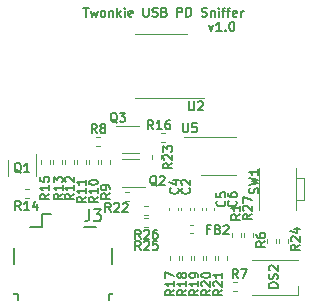
<source format=gto>
%TF.GenerationSoftware,KiCad,Pcbnew,(5.1.7)-1*%
%TF.CreationDate,2021-02-13T17:52:44+01:00*%
%TF.ProjectId,twonkie,74776f6e-6b69-4652-9e6b-696361645f70,rev?*%
%TF.SameCoordinates,PX448d510PY20b3950*%
%TF.FileFunction,Legend,Top*%
%TF.FilePolarity,Positive*%
%FSLAX46Y46*%
G04 Gerber Fmt 4.6, Leading zero omitted, Abs format (unit mm)*
G04 Created by KiCad (PCBNEW (5.1.7)-1) date 2021-02-13 17:52:44*
%MOMM*%
%LPD*%
G01*
G04 APERTURE LIST*
%ADD10C,0.127000*%
%ADD11C,0.120000*%
%ADD12C,0.150000*%
G04 APERTURE END LIST*
D10*
X17379950Y-2122714D02*
X17561378Y-2630714D01*
X17742807Y-2122714D01*
X18432235Y-2630714D02*
X17996807Y-2630714D01*
X18214521Y-2630714D02*
X18214521Y-1868714D01*
X18141950Y-1977571D01*
X18069378Y-2050142D01*
X17996807Y-2086428D01*
X18758807Y-2558142D02*
X18795092Y-2594428D01*
X18758807Y-2630714D01*
X18722521Y-2594428D01*
X18758807Y-2558142D01*
X18758807Y-2630714D01*
X19266807Y-1868714D02*
X19339378Y-1868714D01*
X19411950Y-1905000D01*
X19448235Y-1941285D01*
X19484521Y-2013857D01*
X19520807Y-2159000D01*
X19520807Y-2340428D01*
X19484521Y-2485571D01*
X19448235Y-2558142D01*
X19411950Y-2594428D01*
X19339378Y-2630714D01*
X19266807Y-2630714D01*
X19194235Y-2594428D01*
X19157950Y-2558142D01*
X19121664Y-2485571D01*
X19085378Y-2340428D01*
X19085378Y-2159000D01*
X19121664Y-2013857D01*
X19157950Y-1941285D01*
X19194235Y-1905000D01*
X19266807Y-1868714D01*
X6740071Y-662214D02*
X7175500Y-662214D01*
X6957785Y-1424214D02*
X6957785Y-662214D01*
X7356928Y-916214D02*
X7502071Y-1424214D01*
X7647214Y-1061357D01*
X7792357Y-1424214D01*
X7937500Y-916214D01*
X8336642Y-1424214D02*
X8264071Y-1387928D01*
X8227785Y-1351642D01*
X8191500Y-1279071D01*
X8191500Y-1061357D01*
X8227785Y-988785D01*
X8264071Y-952500D01*
X8336642Y-916214D01*
X8445500Y-916214D01*
X8518071Y-952500D01*
X8554357Y-988785D01*
X8590642Y-1061357D01*
X8590642Y-1279071D01*
X8554357Y-1351642D01*
X8518071Y-1387928D01*
X8445500Y-1424214D01*
X8336642Y-1424214D01*
X8917214Y-916214D02*
X8917214Y-1424214D01*
X8917214Y-988785D02*
X8953500Y-952500D01*
X9026071Y-916214D01*
X9134928Y-916214D01*
X9207500Y-952500D01*
X9243785Y-1025071D01*
X9243785Y-1424214D01*
X9606642Y-1424214D02*
X9606642Y-662214D01*
X9679214Y-1133928D02*
X9896928Y-1424214D01*
X9896928Y-916214D02*
X9606642Y-1206500D01*
X10223500Y-1424214D02*
X10223500Y-916214D01*
X10223500Y-662214D02*
X10187214Y-698500D01*
X10223500Y-734785D01*
X10259785Y-698500D01*
X10223500Y-662214D01*
X10223500Y-734785D01*
X10876642Y-1387928D02*
X10804071Y-1424214D01*
X10658928Y-1424214D01*
X10586357Y-1387928D01*
X10550071Y-1315357D01*
X10550071Y-1025071D01*
X10586357Y-952500D01*
X10658928Y-916214D01*
X10804071Y-916214D01*
X10876642Y-952500D01*
X10912928Y-1025071D01*
X10912928Y-1097642D01*
X10550071Y-1170214D01*
X11820071Y-662214D02*
X11820071Y-1279071D01*
X11856357Y-1351642D01*
X11892642Y-1387928D01*
X11965214Y-1424214D01*
X12110357Y-1424214D01*
X12182928Y-1387928D01*
X12219214Y-1351642D01*
X12255500Y-1279071D01*
X12255500Y-662214D01*
X12582071Y-1387928D02*
X12690928Y-1424214D01*
X12872357Y-1424214D01*
X12944928Y-1387928D01*
X12981214Y-1351642D01*
X13017500Y-1279071D01*
X13017500Y-1206500D01*
X12981214Y-1133928D01*
X12944928Y-1097642D01*
X12872357Y-1061357D01*
X12727214Y-1025071D01*
X12654642Y-988785D01*
X12618357Y-952500D01*
X12582071Y-879928D01*
X12582071Y-807357D01*
X12618357Y-734785D01*
X12654642Y-698500D01*
X12727214Y-662214D01*
X12908642Y-662214D01*
X13017500Y-698500D01*
X13598071Y-1025071D02*
X13706928Y-1061357D01*
X13743214Y-1097642D01*
X13779500Y-1170214D01*
X13779500Y-1279071D01*
X13743214Y-1351642D01*
X13706928Y-1387928D01*
X13634357Y-1424214D01*
X13344071Y-1424214D01*
X13344071Y-662214D01*
X13598071Y-662214D01*
X13670642Y-698500D01*
X13706928Y-734785D01*
X13743214Y-807357D01*
X13743214Y-879928D01*
X13706928Y-952500D01*
X13670642Y-988785D01*
X13598071Y-1025071D01*
X13344071Y-1025071D01*
X14686642Y-1424214D02*
X14686642Y-662214D01*
X14976928Y-662214D01*
X15049500Y-698500D01*
X15085785Y-734785D01*
X15122071Y-807357D01*
X15122071Y-916214D01*
X15085785Y-988785D01*
X15049500Y-1025071D01*
X14976928Y-1061357D01*
X14686642Y-1061357D01*
X15448642Y-1424214D02*
X15448642Y-662214D01*
X15630071Y-662214D01*
X15738928Y-698500D01*
X15811500Y-771071D01*
X15847785Y-843642D01*
X15884071Y-988785D01*
X15884071Y-1097642D01*
X15847785Y-1242785D01*
X15811500Y-1315357D01*
X15738928Y-1387928D01*
X15630071Y-1424214D01*
X15448642Y-1424214D01*
X16754928Y-1387928D02*
X16863785Y-1424214D01*
X17045214Y-1424214D01*
X17117785Y-1387928D01*
X17154071Y-1351642D01*
X17190357Y-1279071D01*
X17190357Y-1206500D01*
X17154071Y-1133928D01*
X17117785Y-1097642D01*
X17045214Y-1061357D01*
X16900071Y-1025071D01*
X16827500Y-988785D01*
X16791214Y-952500D01*
X16754928Y-879928D01*
X16754928Y-807357D01*
X16791214Y-734785D01*
X16827500Y-698500D01*
X16900071Y-662214D01*
X17081500Y-662214D01*
X17190357Y-698500D01*
X17516928Y-916214D02*
X17516928Y-1424214D01*
X17516928Y-988785D02*
X17553214Y-952500D01*
X17625785Y-916214D01*
X17734642Y-916214D01*
X17807214Y-952500D01*
X17843500Y-1025071D01*
X17843500Y-1424214D01*
X18206357Y-1424214D02*
X18206357Y-916214D01*
X18206357Y-662214D02*
X18170071Y-698500D01*
X18206357Y-734785D01*
X18242642Y-698500D01*
X18206357Y-662214D01*
X18206357Y-734785D01*
X18460357Y-916214D02*
X18750642Y-916214D01*
X18569214Y-1424214D02*
X18569214Y-771071D01*
X18605500Y-698500D01*
X18678071Y-662214D01*
X18750642Y-662214D01*
X18895785Y-916214D02*
X19186071Y-916214D01*
X19004642Y-1424214D02*
X19004642Y-771071D01*
X19040928Y-698500D01*
X19113500Y-662214D01*
X19186071Y-662214D01*
X19730357Y-1387928D02*
X19657785Y-1424214D01*
X19512642Y-1424214D01*
X19440071Y-1387928D01*
X19403785Y-1315357D01*
X19403785Y-1025071D01*
X19440071Y-952500D01*
X19512642Y-916214D01*
X19657785Y-916214D01*
X19730357Y-952500D01*
X19766642Y-1025071D01*
X19766642Y-1097642D01*
X19403785Y-1170214D01*
X20093214Y-1424214D02*
X20093214Y-916214D01*
X20093214Y-1061357D02*
X20129500Y-988785D01*
X20165785Y-952500D01*
X20238357Y-916214D01*
X20310928Y-916214D01*
D11*
%TO.C,R27*%
X20321000Y-20043121D02*
X20321000Y-19707879D01*
X21081000Y-20043121D02*
X21081000Y-19707879D01*
D12*
%TO.C,J3*%
X879200Y-20990800D02*
X879200Y-22390800D01*
X879200Y-24790800D02*
X879200Y-24940800D01*
X879200Y-24940800D02*
X1179200Y-24940800D01*
X1179200Y-24940800D02*
X1179200Y-25390800D01*
X8879200Y-25390800D02*
X8879200Y-24940800D01*
X8879200Y-24940800D02*
X9179200Y-24940800D01*
X9179200Y-24940800D02*
X9179200Y-24790800D01*
X9179200Y-22390800D02*
X9179200Y-20990800D01*
X3954200Y-18140800D02*
X3229200Y-18140800D01*
X3229200Y-18140800D02*
X3229200Y-19240800D01*
X3229200Y-19240800D02*
X2229200Y-19240800D01*
X6829200Y-19240800D02*
X7829200Y-19240800D01*
D11*
%TO.C,R26*%
X12232621Y-18223500D02*
X11897379Y-18223500D01*
X12232621Y-17463500D02*
X11897379Y-17463500D01*
%TO.C,R25*%
X11897379Y-18479500D02*
X12232621Y-18479500D01*
X11897379Y-19239500D02*
X12232621Y-19239500D01*
%TO.C,R24*%
X23305500Y-20279379D02*
X23305500Y-20614621D01*
X24065500Y-20279379D02*
X24065500Y-20614621D01*
%TO.C,U2*%
X13335000Y-2853000D02*
X11135000Y-2853000D01*
X13335000Y-2853000D02*
X15535000Y-2853000D01*
X13335000Y-8323000D02*
X11135000Y-8323000D01*
X13335000Y-8323000D02*
X16935000Y-8323000D01*
%TO.C,Q3*%
X10031500Y-12971000D02*
X11431500Y-12971000D01*
X11431500Y-10651000D02*
X9531500Y-10651000D01*
%TO.C,C2*%
X15727000Y-17832335D02*
X15727000Y-17600665D01*
X15007000Y-17832335D02*
X15007000Y-17600665D01*
%TO.C,C4*%
X14711000Y-17832335D02*
X14711000Y-17600665D01*
X13991000Y-17832335D02*
X13991000Y-17600665D01*
%TO.C,R14*%
X1800879Y-16763000D02*
X2136121Y-16763000D01*
X1800879Y-16003000D02*
X2136121Y-16003000D01*
%TO.C,R16*%
X13294379Y-12064000D02*
X13629621Y-12064000D01*
X13294379Y-11304000D02*
X13629621Y-11304000D01*
%TO.C,SW1*%
X24727500Y-15052000D02*
X25377500Y-15052000D01*
X25377500Y-15052000D02*
X25377500Y-16952000D01*
X25377500Y-16952000D02*
X24727500Y-16952000D01*
X21627500Y-17752000D02*
X21627500Y-14252000D01*
X24727500Y-14252000D02*
X24727500Y-17752000D01*
%TO.C,U5*%
X18161000Y-11598000D02*
X15236000Y-11598000D01*
X18161000Y-11598000D02*
X19661000Y-11598000D01*
X18161000Y-14818000D02*
X16661000Y-14818000D01*
X18161000Y-14818000D02*
X19661000Y-14818000D01*
%TO.C,R23*%
X12574000Y-13167379D02*
X12574000Y-13502621D01*
X13334000Y-13167379D02*
X13334000Y-13502621D01*
%TO.C,R22*%
X10581621Y-16257000D02*
X10246379Y-16257000D01*
X10581621Y-17017000D02*
X10246379Y-17017000D01*
%TO.C,R21*%
X18098500Y-21676379D02*
X18098500Y-22011621D01*
X18858500Y-21676379D02*
X18858500Y-22011621D01*
%TO.C,R20*%
X17082500Y-21676379D02*
X17082500Y-22011621D01*
X17842500Y-21676379D02*
X17842500Y-22011621D01*
%TO.C,R19*%
X16066500Y-21676379D02*
X16066500Y-22011621D01*
X16826500Y-21676379D02*
X16826500Y-22011621D01*
%TO.C,R18*%
X15050500Y-21676379D02*
X15050500Y-22011621D01*
X15810500Y-21676379D02*
X15810500Y-22011621D01*
%TO.C,R17*%
X14034500Y-21676379D02*
X14034500Y-22011621D01*
X14794500Y-21676379D02*
X14794500Y-22011621D01*
%TO.C,R15*%
X3112500Y-13548379D02*
X3112500Y-13883621D01*
X3872500Y-13548379D02*
X3872500Y-13883621D01*
%TO.C,R13*%
X4888500Y-13883621D02*
X4888500Y-13548379D01*
X4128500Y-13883621D02*
X4128500Y-13548379D01*
%TO.C,R12*%
X5904500Y-13883621D02*
X5904500Y-13548379D01*
X5144500Y-13883621D02*
X5144500Y-13548379D01*
%TO.C,R11*%
X6920500Y-13883621D02*
X6920500Y-13548379D01*
X6160500Y-13883621D02*
X6160500Y-13548379D01*
%TO.C,R10*%
X7936500Y-13883621D02*
X7936500Y-13548379D01*
X7176500Y-13883621D02*
X7176500Y-13548379D01*
%TO.C,R9*%
X8952500Y-13883621D02*
X8952500Y-13548379D01*
X8192500Y-13883621D02*
X8192500Y-13548379D01*
%TO.C,R8*%
X8105121Y-11621500D02*
X7769879Y-11621500D01*
X8105121Y-12381500D02*
X7769879Y-12381500D01*
%TO.C,R7*%
X19725621Y-23877000D02*
X19390379Y-23877000D01*
X19725621Y-24637000D02*
X19390379Y-24637000D01*
%TO.C,R6*%
X23049500Y-20614621D02*
X23049500Y-20279379D01*
X22289500Y-20614621D02*
X22289500Y-20279379D01*
%TO.C,R1*%
X20065000Y-20043121D02*
X20065000Y-19707879D01*
X19305000Y-20043121D02*
X19305000Y-19707879D01*
%TO.C,Q2*%
X11431500Y-13508500D02*
X10031500Y-13508500D01*
X10031500Y-15828500D02*
X11931500Y-15828500D01*
%TO.C,Q1*%
X364000Y-13524000D02*
X364000Y-14924000D01*
X2684000Y-14924000D02*
X2684000Y-13024000D01*
%TO.C,FB2*%
X15774800Y-19752900D02*
X15975200Y-19752900D01*
X15774800Y-19032900D02*
X15975200Y-19032900D01*
%TO.C,DS2*%
X24937000Y-21995000D02*
X21037000Y-21995000D01*
X24937000Y-24995000D02*
X21037000Y-24995000D01*
X24937000Y-24195000D02*
X24937000Y-24995000D01*
%TO.C,C6*%
X17822500Y-17832335D02*
X17822500Y-17600665D01*
X17102500Y-17832335D02*
X17102500Y-17600665D01*
%TO.C,C5*%
X16806500Y-17832335D02*
X16806500Y-17600665D01*
X16086500Y-17832335D02*
X16086500Y-17600665D01*
%TO.C,R27*%
D10*
X20982214Y-18142857D02*
X20619357Y-18396857D01*
X20982214Y-18578285D02*
X20220214Y-18578285D01*
X20220214Y-18288000D01*
X20256500Y-18215428D01*
X20292785Y-18179142D01*
X20365357Y-18142857D01*
X20474214Y-18142857D01*
X20546785Y-18179142D01*
X20583071Y-18215428D01*
X20619357Y-18288000D01*
X20619357Y-18578285D01*
X20292785Y-17852571D02*
X20256500Y-17816285D01*
X20220214Y-17743714D01*
X20220214Y-17562285D01*
X20256500Y-17489714D01*
X20292785Y-17453428D01*
X20365357Y-17417142D01*
X20437928Y-17417142D01*
X20546785Y-17453428D01*
X20982214Y-17888857D01*
X20982214Y-17417142D01*
X20220214Y-17163142D02*
X20220214Y-16655142D01*
X20982214Y-16981714D01*
%TO.C,J3*%
D12*
X7223166Y-17740380D02*
X7223166Y-18454666D01*
X7175547Y-18597523D01*
X7080309Y-18692761D01*
X6937452Y-18740380D01*
X6842214Y-18740380D01*
X7604119Y-17740380D02*
X8223166Y-17740380D01*
X7889833Y-18121333D01*
X8032690Y-18121333D01*
X8127928Y-18168952D01*
X8175547Y-18216571D01*
X8223166Y-18311809D01*
X8223166Y-18549904D01*
X8175547Y-18645142D01*
X8127928Y-18692761D01*
X8032690Y-18740380D01*
X7746976Y-18740380D01*
X7651738Y-18692761D01*
X7604119Y-18645142D01*
%TO.C,R26*%
D10*
X11575142Y-20220214D02*
X11321142Y-19857357D01*
X11139714Y-20220214D02*
X11139714Y-19458214D01*
X11430000Y-19458214D01*
X11502571Y-19494500D01*
X11538857Y-19530785D01*
X11575142Y-19603357D01*
X11575142Y-19712214D01*
X11538857Y-19784785D01*
X11502571Y-19821071D01*
X11430000Y-19857357D01*
X11139714Y-19857357D01*
X11865428Y-19530785D02*
X11901714Y-19494500D01*
X11974285Y-19458214D01*
X12155714Y-19458214D01*
X12228285Y-19494500D01*
X12264571Y-19530785D01*
X12300857Y-19603357D01*
X12300857Y-19675928D01*
X12264571Y-19784785D01*
X11829142Y-20220214D01*
X12300857Y-20220214D01*
X12954000Y-19458214D02*
X12808857Y-19458214D01*
X12736285Y-19494500D01*
X12700000Y-19530785D01*
X12627428Y-19639642D01*
X12591142Y-19784785D01*
X12591142Y-20075071D01*
X12627428Y-20147642D01*
X12663714Y-20183928D01*
X12736285Y-20220214D01*
X12881428Y-20220214D01*
X12954000Y-20183928D01*
X12990285Y-20147642D01*
X13026571Y-20075071D01*
X13026571Y-19893642D01*
X12990285Y-19821071D01*
X12954000Y-19784785D01*
X12881428Y-19748500D01*
X12736285Y-19748500D01*
X12663714Y-19784785D01*
X12627428Y-19821071D01*
X12591142Y-19893642D01*
%TO.C,R25*%
X11575142Y-21172714D02*
X11321142Y-20809857D01*
X11139714Y-21172714D02*
X11139714Y-20410714D01*
X11430000Y-20410714D01*
X11502571Y-20447000D01*
X11538857Y-20483285D01*
X11575142Y-20555857D01*
X11575142Y-20664714D01*
X11538857Y-20737285D01*
X11502571Y-20773571D01*
X11430000Y-20809857D01*
X11139714Y-20809857D01*
X11865428Y-20483285D02*
X11901714Y-20447000D01*
X11974285Y-20410714D01*
X12155714Y-20410714D01*
X12228285Y-20447000D01*
X12264571Y-20483285D01*
X12300857Y-20555857D01*
X12300857Y-20628428D01*
X12264571Y-20737285D01*
X11829142Y-21172714D01*
X12300857Y-21172714D01*
X12990285Y-20410714D02*
X12627428Y-20410714D01*
X12591142Y-20773571D01*
X12627428Y-20737285D01*
X12700000Y-20701000D01*
X12881428Y-20701000D01*
X12954000Y-20737285D01*
X12990285Y-20773571D01*
X13026571Y-20846142D01*
X13026571Y-21027571D01*
X12990285Y-21100142D01*
X12954000Y-21136428D01*
X12881428Y-21172714D01*
X12700000Y-21172714D01*
X12627428Y-21136428D01*
X12591142Y-21100142D01*
%TO.C,R24*%
X25046214Y-20746357D02*
X24683357Y-21000357D01*
X25046214Y-21181785D02*
X24284214Y-21181785D01*
X24284214Y-20891500D01*
X24320500Y-20818928D01*
X24356785Y-20782642D01*
X24429357Y-20746357D01*
X24538214Y-20746357D01*
X24610785Y-20782642D01*
X24647071Y-20818928D01*
X24683357Y-20891500D01*
X24683357Y-21181785D01*
X24356785Y-20456071D02*
X24320500Y-20419785D01*
X24284214Y-20347214D01*
X24284214Y-20165785D01*
X24320500Y-20093214D01*
X24356785Y-20056928D01*
X24429357Y-20020642D01*
X24501928Y-20020642D01*
X24610785Y-20056928D01*
X25046214Y-20492357D01*
X25046214Y-20020642D01*
X24538214Y-19367500D02*
X25046214Y-19367500D01*
X24247928Y-19548928D02*
X24792214Y-19730357D01*
X24792214Y-19258642D01*
%TO.C,U2*%
X15675428Y-8599714D02*
X15675428Y-9216571D01*
X15711714Y-9289142D01*
X15748000Y-9325428D01*
X15820571Y-9361714D01*
X15965714Y-9361714D01*
X16038285Y-9325428D01*
X16074571Y-9289142D01*
X16110857Y-9216571D01*
X16110857Y-8599714D01*
X16437428Y-8672285D02*
X16473714Y-8636000D01*
X16546285Y-8599714D01*
X16727714Y-8599714D01*
X16800285Y-8636000D01*
X16836571Y-8672285D01*
X16872857Y-8744857D01*
X16872857Y-8817428D01*
X16836571Y-8926285D01*
X16401142Y-9361714D01*
X16872857Y-9361714D01*
%TO.C,*%
D12*
%TO.C,Q3*%
D10*
X9579428Y-10386785D02*
X9506857Y-10350500D01*
X9434285Y-10277928D01*
X9325428Y-10169071D01*
X9252857Y-10132785D01*
X9180285Y-10132785D01*
X9216571Y-10314214D02*
X9144000Y-10277928D01*
X9071428Y-10205357D01*
X9035142Y-10060214D01*
X9035142Y-9806214D01*
X9071428Y-9661071D01*
X9144000Y-9588500D01*
X9216571Y-9552214D01*
X9361714Y-9552214D01*
X9434285Y-9588500D01*
X9506857Y-9661071D01*
X9543142Y-9806214D01*
X9543142Y-10060214D01*
X9506857Y-10205357D01*
X9434285Y-10277928D01*
X9361714Y-10314214D01*
X9216571Y-10314214D01*
X9797142Y-9552214D02*
X10268857Y-9552214D01*
X10014857Y-9842500D01*
X10123714Y-9842500D01*
X10196285Y-9878785D01*
X10232571Y-9915071D01*
X10268857Y-9987642D01*
X10268857Y-10169071D01*
X10232571Y-10241642D01*
X10196285Y-10277928D01*
X10123714Y-10314214D01*
X9906000Y-10314214D01*
X9833428Y-10277928D01*
X9797142Y-10241642D01*
%TO.C,C2*%
X15702642Y-15938500D02*
X15738928Y-15974785D01*
X15775214Y-16083642D01*
X15775214Y-16156214D01*
X15738928Y-16265071D01*
X15666357Y-16337642D01*
X15593785Y-16373928D01*
X15448642Y-16410214D01*
X15339785Y-16410214D01*
X15194642Y-16373928D01*
X15122071Y-16337642D01*
X15049500Y-16265071D01*
X15013214Y-16156214D01*
X15013214Y-16083642D01*
X15049500Y-15974785D01*
X15085785Y-15938500D01*
X15085785Y-15648214D02*
X15049500Y-15611928D01*
X15013214Y-15539357D01*
X15013214Y-15357928D01*
X15049500Y-15285357D01*
X15085785Y-15249071D01*
X15158357Y-15212785D01*
X15230928Y-15212785D01*
X15339785Y-15249071D01*
X15775214Y-15684500D01*
X15775214Y-15212785D01*
%TO.C,C4*%
X14750142Y-15925800D02*
X14786428Y-15962085D01*
X14822714Y-16070942D01*
X14822714Y-16143514D01*
X14786428Y-16252371D01*
X14713857Y-16324942D01*
X14641285Y-16361228D01*
X14496142Y-16397514D01*
X14387285Y-16397514D01*
X14242142Y-16361228D01*
X14169571Y-16324942D01*
X14097000Y-16252371D01*
X14060714Y-16143514D01*
X14060714Y-16070942D01*
X14097000Y-15962085D01*
X14133285Y-15925800D01*
X14314714Y-15272657D02*
X14822714Y-15272657D01*
X14024428Y-15454085D02*
X14568714Y-15635514D01*
X14568714Y-15163800D01*
%TO.C,R14*%
X1415142Y-17807214D02*
X1161142Y-17444357D01*
X979714Y-17807214D02*
X979714Y-17045214D01*
X1270000Y-17045214D01*
X1342571Y-17081500D01*
X1378857Y-17117785D01*
X1415142Y-17190357D01*
X1415142Y-17299214D01*
X1378857Y-17371785D01*
X1342571Y-17408071D01*
X1270000Y-17444357D01*
X979714Y-17444357D01*
X2140857Y-17807214D02*
X1705428Y-17807214D01*
X1923142Y-17807214D02*
X1923142Y-17045214D01*
X1850571Y-17154071D01*
X1778000Y-17226642D01*
X1705428Y-17262928D01*
X2794000Y-17299214D02*
X2794000Y-17807214D01*
X2612571Y-17008928D02*
X2431142Y-17553214D01*
X2902857Y-17553214D01*
%TO.C,R16*%
X12654642Y-10949214D02*
X12400642Y-10586357D01*
X12219214Y-10949214D02*
X12219214Y-10187214D01*
X12509500Y-10187214D01*
X12582071Y-10223500D01*
X12618357Y-10259785D01*
X12654642Y-10332357D01*
X12654642Y-10441214D01*
X12618357Y-10513785D01*
X12582071Y-10550071D01*
X12509500Y-10586357D01*
X12219214Y-10586357D01*
X13380357Y-10949214D02*
X12944928Y-10949214D01*
X13162642Y-10949214D02*
X13162642Y-10187214D01*
X13090071Y-10296071D01*
X13017500Y-10368642D01*
X12944928Y-10404928D01*
X14033500Y-10187214D02*
X13888357Y-10187214D01*
X13815785Y-10223500D01*
X13779500Y-10259785D01*
X13706928Y-10368642D01*
X13670642Y-10513785D01*
X13670642Y-10804071D01*
X13706928Y-10876642D01*
X13743214Y-10912928D01*
X13815785Y-10949214D01*
X13960928Y-10949214D01*
X14033500Y-10912928D01*
X14069785Y-10876642D01*
X14106071Y-10804071D01*
X14106071Y-10622642D01*
X14069785Y-10550071D01*
X14033500Y-10513785D01*
X13960928Y-10477500D01*
X13815785Y-10477500D01*
X13743214Y-10513785D01*
X13706928Y-10550071D01*
X13670642Y-10622642D01*
%TO.C,SW1*%
X21517428Y-16383000D02*
X21553714Y-16274142D01*
X21553714Y-16092714D01*
X21517428Y-16020142D01*
X21481142Y-15983857D01*
X21408571Y-15947571D01*
X21336000Y-15947571D01*
X21263428Y-15983857D01*
X21227142Y-16020142D01*
X21190857Y-16092714D01*
X21154571Y-16237857D01*
X21118285Y-16310428D01*
X21082000Y-16346714D01*
X21009428Y-16383000D01*
X20936857Y-16383000D01*
X20864285Y-16346714D01*
X20828000Y-16310428D01*
X20791714Y-16237857D01*
X20791714Y-16056428D01*
X20828000Y-15947571D01*
X20791714Y-15693571D02*
X21553714Y-15512142D01*
X21009428Y-15367000D01*
X21553714Y-15221857D01*
X20791714Y-15040428D01*
X21553714Y-14351000D02*
X21553714Y-14786428D01*
X21553714Y-14568714D02*
X20791714Y-14568714D01*
X20900571Y-14641285D01*
X20973142Y-14713857D01*
X21009428Y-14786428D01*
%TO.C,U5*%
X15167428Y-10441214D02*
X15167428Y-11058071D01*
X15203714Y-11130642D01*
X15240000Y-11166928D01*
X15312571Y-11203214D01*
X15457714Y-11203214D01*
X15530285Y-11166928D01*
X15566571Y-11130642D01*
X15602857Y-11058071D01*
X15602857Y-10441214D01*
X16328571Y-10441214D02*
X15965714Y-10441214D01*
X15929428Y-10804071D01*
X15965714Y-10767785D01*
X16038285Y-10731500D01*
X16219714Y-10731500D01*
X16292285Y-10767785D01*
X16328571Y-10804071D01*
X16364857Y-10876642D01*
X16364857Y-11058071D01*
X16328571Y-11130642D01*
X16292285Y-11166928D01*
X16219714Y-11203214D01*
X16038285Y-11203214D01*
X15965714Y-11166928D01*
X15929428Y-11130642D01*
%TO.C,R23*%
X14251214Y-13824857D02*
X13888357Y-14078857D01*
X14251214Y-14260285D02*
X13489214Y-14260285D01*
X13489214Y-13970000D01*
X13525500Y-13897428D01*
X13561785Y-13861142D01*
X13634357Y-13824857D01*
X13743214Y-13824857D01*
X13815785Y-13861142D01*
X13852071Y-13897428D01*
X13888357Y-13970000D01*
X13888357Y-14260285D01*
X13561785Y-13534571D02*
X13525500Y-13498285D01*
X13489214Y-13425714D01*
X13489214Y-13244285D01*
X13525500Y-13171714D01*
X13561785Y-13135428D01*
X13634357Y-13099142D01*
X13706928Y-13099142D01*
X13815785Y-13135428D01*
X14251214Y-13570857D01*
X14251214Y-13099142D01*
X13489214Y-12845142D02*
X13489214Y-12373428D01*
X13779500Y-12627428D01*
X13779500Y-12518571D01*
X13815785Y-12446000D01*
X13852071Y-12409714D01*
X13924642Y-12373428D01*
X14106071Y-12373428D01*
X14178642Y-12409714D01*
X14214928Y-12446000D01*
X14251214Y-12518571D01*
X14251214Y-12736285D01*
X14214928Y-12808857D01*
X14178642Y-12845142D01*
%TO.C,R22*%
X9035142Y-17934214D02*
X8781142Y-17571357D01*
X8599714Y-17934214D02*
X8599714Y-17172214D01*
X8890000Y-17172214D01*
X8962571Y-17208500D01*
X8998857Y-17244785D01*
X9035142Y-17317357D01*
X9035142Y-17426214D01*
X8998857Y-17498785D01*
X8962571Y-17535071D01*
X8890000Y-17571357D01*
X8599714Y-17571357D01*
X9325428Y-17244785D02*
X9361714Y-17208500D01*
X9434285Y-17172214D01*
X9615714Y-17172214D01*
X9688285Y-17208500D01*
X9724571Y-17244785D01*
X9760857Y-17317357D01*
X9760857Y-17389928D01*
X9724571Y-17498785D01*
X9289142Y-17934214D01*
X9760857Y-17934214D01*
X10051142Y-17244785D02*
X10087428Y-17208500D01*
X10160000Y-17172214D01*
X10341428Y-17172214D01*
X10414000Y-17208500D01*
X10450285Y-17244785D01*
X10486571Y-17317357D01*
X10486571Y-17389928D01*
X10450285Y-17498785D01*
X10014857Y-17934214D01*
X10486571Y-17934214D01*
%TO.C,R21*%
X18505714Y-24556357D02*
X18142857Y-24810357D01*
X18505714Y-24991785D02*
X17743714Y-24991785D01*
X17743714Y-24701500D01*
X17780000Y-24628928D01*
X17816285Y-24592642D01*
X17888857Y-24556357D01*
X17997714Y-24556357D01*
X18070285Y-24592642D01*
X18106571Y-24628928D01*
X18142857Y-24701500D01*
X18142857Y-24991785D01*
X17816285Y-24266071D02*
X17780000Y-24229785D01*
X17743714Y-24157214D01*
X17743714Y-23975785D01*
X17780000Y-23903214D01*
X17816285Y-23866928D01*
X17888857Y-23830642D01*
X17961428Y-23830642D01*
X18070285Y-23866928D01*
X18505714Y-24302357D01*
X18505714Y-23830642D01*
X18505714Y-23104928D02*
X18505714Y-23540357D01*
X18505714Y-23322642D02*
X17743714Y-23322642D01*
X17852571Y-23395214D01*
X17925142Y-23467785D01*
X17961428Y-23540357D01*
%TO.C,R20*%
X17489714Y-24556357D02*
X17126857Y-24810357D01*
X17489714Y-24991785D02*
X16727714Y-24991785D01*
X16727714Y-24701500D01*
X16764000Y-24628928D01*
X16800285Y-24592642D01*
X16872857Y-24556357D01*
X16981714Y-24556357D01*
X17054285Y-24592642D01*
X17090571Y-24628928D01*
X17126857Y-24701500D01*
X17126857Y-24991785D01*
X16800285Y-24266071D02*
X16764000Y-24229785D01*
X16727714Y-24157214D01*
X16727714Y-23975785D01*
X16764000Y-23903214D01*
X16800285Y-23866928D01*
X16872857Y-23830642D01*
X16945428Y-23830642D01*
X17054285Y-23866928D01*
X17489714Y-24302357D01*
X17489714Y-23830642D01*
X16727714Y-23358928D02*
X16727714Y-23286357D01*
X16764000Y-23213785D01*
X16800285Y-23177500D01*
X16872857Y-23141214D01*
X17018000Y-23104928D01*
X17199428Y-23104928D01*
X17344571Y-23141214D01*
X17417142Y-23177500D01*
X17453428Y-23213785D01*
X17489714Y-23286357D01*
X17489714Y-23358928D01*
X17453428Y-23431500D01*
X17417142Y-23467785D01*
X17344571Y-23504071D01*
X17199428Y-23540357D01*
X17018000Y-23540357D01*
X16872857Y-23504071D01*
X16800285Y-23467785D01*
X16764000Y-23431500D01*
X16727714Y-23358928D01*
%TO.C,R19*%
X16473714Y-24556357D02*
X16110857Y-24810357D01*
X16473714Y-24991785D02*
X15711714Y-24991785D01*
X15711714Y-24701500D01*
X15748000Y-24628928D01*
X15784285Y-24592642D01*
X15856857Y-24556357D01*
X15965714Y-24556357D01*
X16038285Y-24592642D01*
X16074571Y-24628928D01*
X16110857Y-24701500D01*
X16110857Y-24991785D01*
X16473714Y-23830642D02*
X16473714Y-24266071D01*
X16473714Y-24048357D02*
X15711714Y-24048357D01*
X15820571Y-24120928D01*
X15893142Y-24193500D01*
X15929428Y-24266071D01*
X16473714Y-23467785D02*
X16473714Y-23322642D01*
X16437428Y-23250071D01*
X16401142Y-23213785D01*
X16292285Y-23141214D01*
X16147142Y-23104928D01*
X15856857Y-23104928D01*
X15784285Y-23141214D01*
X15748000Y-23177500D01*
X15711714Y-23250071D01*
X15711714Y-23395214D01*
X15748000Y-23467785D01*
X15784285Y-23504071D01*
X15856857Y-23540357D01*
X16038285Y-23540357D01*
X16110857Y-23504071D01*
X16147142Y-23467785D01*
X16183428Y-23395214D01*
X16183428Y-23250071D01*
X16147142Y-23177500D01*
X16110857Y-23141214D01*
X16038285Y-23104928D01*
%TO.C,R18*%
X15457714Y-24556357D02*
X15094857Y-24810357D01*
X15457714Y-24991785D02*
X14695714Y-24991785D01*
X14695714Y-24701500D01*
X14732000Y-24628928D01*
X14768285Y-24592642D01*
X14840857Y-24556357D01*
X14949714Y-24556357D01*
X15022285Y-24592642D01*
X15058571Y-24628928D01*
X15094857Y-24701500D01*
X15094857Y-24991785D01*
X15457714Y-23830642D02*
X15457714Y-24266071D01*
X15457714Y-24048357D02*
X14695714Y-24048357D01*
X14804571Y-24120928D01*
X14877142Y-24193500D01*
X14913428Y-24266071D01*
X15022285Y-23395214D02*
X14986000Y-23467785D01*
X14949714Y-23504071D01*
X14877142Y-23540357D01*
X14840857Y-23540357D01*
X14768285Y-23504071D01*
X14732000Y-23467785D01*
X14695714Y-23395214D01*
X14695714Y-23250071D01*
X14732000Y-23177500D01*
X14768285Y-23141214D01*
X14840857Y-23104928D01*
X14877142Y-23104928D01*
X14949714Y-23141214D01*
X14986000Y-23177500D01*
X15022285Y-23250071D01*
X15022285Y-23395214D01*
X15058571Y-23467785D01*
X15094857Y-23504071D01*
X15167428Y-23540357D01*
X15312571Y-23540357D01*
X15385142Y-23504071D01*
X15421428Y-23467785D01*
X15457714Y-23395214D01*
X15457714Y-23250071D01*
X15421428Y-23177500D01*
X15385142Y-23141214D01*
X15312571Y-23104928D01*
X15167428Y-23104928D01*
X15094857Y-23141214D01*
X15058571Y-23177500D01*
X15022285Y-23250071D01*
%TO.C,R17*%
X14441714Y-24556357D02*
X14078857Y-24810357D01*
X14441714Y-24991785D02*
X13679714Y-24991785D01*
X13679714Y-24701500D01*
X13716000Y-24628928D01*
X13752285Y-24592642D01*
X13824857Y-24556357D01*
X13933714Y-24556357D01*
X14006285Y-24592642D01*
X14042571Y-24628928D01*
X14078857Y-24701500D01*
X14078857Y-24991785D01*
X14441714Y-23830642D02*
X14441714Y-24266071D01*
X14441714Y-24048357D02*
X13679714Y-24048357D01*
X13788571Y-24120928D01*
X13861142Y-24193500D01*
X13897428Y-24266071D01*
X13679714Y-23576642D02*
X13679714Y-23068642D01*
X14441714Y-23395214D01*
%TO.C,R15*%
X3837214Y-16428357D02*
X3474357Y-16682357D01*
X3837214Y-16863785D02*
X3075214Y-16863785D01*
X3075214Y-16573500D01*
X3111500Y-16500928D01*
X3147785Y-16464642D01*
X3220357Y-16428357D01*
X3329214Y-16428357D01*
X3401785Y-16464642D01*
X3438071Y-16500928D01*
X3474357Y-16573500D01*
X3474357Y-16863785D01*
X3837214Y-15702642D02*
X3837214Y-16138071D01*
X3837214Y-15920357D02*
X3075214Y-15920357D01*
X3184071Y-15992928D01*
X3256642Y-16065500D01*
X3292928Y-16138071D01*
X3075214Y-15013214D02*
X3075214Y-15376071D01*
X3438071Y-15412357D01*
X3401785Y-15376071D01*
X3365500Y-15303500D01*
X3365500Y-15122071D01*
X3401785Y-15049500D01*
X3438071Y-15013214D01*
X3510642Y-14976928D01*
X3692071Y-14976928D01*
X3764642Y-15013214D01*
X3800928Y-15049500D01*
X3837214Y-15122071D01*
X3837214Y-15303500D01*
X3800928Y-15376071D01*
X3764642Y-15412357D01*
%TO.C,R13*%
X4980214Y-16428357D02*
X4617357Y-16682357D01*
X4980214Y-16863785D02*
X4218214Y-16863785D01*
X4218214Y-16573500D01*
X4254500Y-16500928D01*
X4290785Y-16464642D01*
X4363357Y-16428357D01*
X4472214Y-16428357D01*
X4544785Y-16464642D01*
X4581071Y-16500928D01*
X4617357Y-16573500D01*
X4617357Y-16863785D01*
X4980214Y-15702642D02*
X4980214Y-16138071D01*
X4980214Y-15920357D02*
X4218214Y-15920357D01*
X4327071Y-15992928D01*
X4399642Y-16065500D01*
X4435928Y-16138071D01*
X4218214Y-15448642D02*
X4218214Y-14976928D01*
X4508500Y-15230928D01*
X4508500Y-15122071D01*
X4544785Y-15049500D01*
X4581071Y-15013214D01*
X4653642Y-14976928D01*
X4835071Y-14976928D01*
X4907642Y-15013214D01*
X4943928Y-15049500D01*
X4980214Y-15122071D01*
X4980214Y-15339785D01*
X4943928Y-15412357D01*
X4907642Y-15448642D01*
%TO.C,R12*%
X5932714Y-16428357D02*
X5569857Y-16682357D01*
X5932714Y-16863785D02*
X5170714Y-16863785D01*
X5170714Y-16573500D01*
X5207000Y-16500928D01*
X5243285Y-16464642D01*
X5315857Y-16428357D01*
X5424714Y-16428357D01*
X5497285Y-16464642D01*
X5533571Y-16500928D01*
X5569857Y-16573500D01*
X5569857Y-16863785D01*
X5932714Y-15702642D02*
X5932714Y-16138071D01*
X5932714Y-15920357D02*
X5170714Y-15920357D01*
X5279571Y-15992928D01*
X5352142Y-16065500D01*
X5388428Y-16138071D01*
X5243285Y-15412357D02*
X5207000Y-15376071D01*
X5170714Y-15303500D01*
X5170714Y-15122071D01*
X5207000Y-15049500D01*
X5243285Y-15013214D01*
X5315857Y-14976928D01*
X5388428Y-14976928D01*
X5497285Y-15013214D01*
X5932714Y-15448642D01*
X5932714Y-14976928D01*
%TO.C,R11*%
X6948714Y-16682357D02*
X6585857Y-16936357D01*
X6948714Y-17117785D02*
X6186714Y-17117785D01*
X6186714Y-16827500D01*
X6223000Y-16754928D01*
X6259285Y-16718642D01*
X6331857Y-16682357D01*
X6440714Y-16682357D01*
X6513285Y-16718642D01*
X6549571Y-16754928D01*
X6585857Y-16827500D01*
X6585857Y-17117785D01*
X6948714Y-15956642D02*
X6948714Y-16392071D01*
X6948714Y-16174357D02*
X6186714Y-16174357D01*
X6295571Y-16246928D01*
X6368142Y-16319500D01*
X6404428Y-16392071D01*
X6948714Y-15230928D02*
X6948714Y-15666357D01*
X6948714Y-15448642D02*
X6186714Y-15448642D01*
X6295571Y-15521214D01*
X6368142Y-15593785D01*
X6404428Y-15666357D01*
%TO.C,R10*%
X7964714Y-16682357D02*
X7601857Y-16936357D01*
X7964714Y-17117785D02*
X7202714Y-17117785D01*
X7202714Y-16827500D01*
X7239000Y-16754928D01*
X7275285Y-16718642D01*
X7347857Y-16682357D01*
X7456714Y-16682357D01*
X7529285Y-16718642D01*
X7565571Y-16754928D01*
X7601857Y-16827500D01*
X7601857Y-17117785D01*
X7964714Y-15956642D02*
X7964714Y-16392071D01*
X7964714Y-16174357D02*
X7202714Y-16174357D01*
X7311571Y-16246928D01*
X7384142Y-16319500D01*
X7420428Y-16392071D01*
X7202714Y-15484928D02*
X7202714Y-15412357D01*
X7239000Y-15339785D01*
X7275285Y-15303500D01*
X7347857Y-15267214D01*
X7493000Y-15230928D01*
X7674428Y-15230928D01*
X7819571Y-15267214D01*
X7892142Y-15303500D01*
X7928428Y-15339785D01*
X7964714Y-15412357D01*
X7964714Y-15484928D01*
X7928428Y-15557500D01*
X7892142Y-15593785D01*
X7819571Y-15630071D01*
X7674428Y-15666357D01*
X7493000Y-15666357D01*
X7347857Y-15630071D01*
X7275285Y-15593785D01*
X7239000Y-15557500D01*
X7202714Y-15484928D01*
%TO.C,R9*%
X8980714Y-16383000D02*
X8617857Y-16637000D01*
X8980714Y-16818428D02*
X8218714Y-16818428D01*
X8218714Y-16528142D01*
X8255000Y-16455571D01*
X8291285Y-16419285D01*
X8363857Y-16383000D01*
X8472714Y-16383000D01*
X8545285Y-16419285D01*
X8581571Y-16455571D01*
X8617857Y-16528142D01*
X8617857Y-16818428D01*
X8980714Y-16020142D02*
X8980714Y-15875000D01*
X8944428Y-15802428D01*
X8908142Y-15766142D01*
X8799285Y-15693571D01*
X8654142Y-15657285D01*
X8363857Y-15657285D01*
X8291285Y-15693571D01*
X8255000Y-15729857D01*
X8218714Y-15802428D01*
X8218714Y-15947571D01*
X8255000Y-16020142D01*
X8291285Y-16056428D01*
X8363857Y-16092714D01*
X8545285Y-16092714D01*
X8617857Y-16056428D01*
X8654142Y-16020142D01*
X8690428Y-15947571D01*
X8690428Y-15802428D01*
X8654142Y-15729857D01*
X8617857Y-15693571D01*
X8545285Y-15657285D01*
%TO.C,R8*%
X7874000Y-11266714D02*
X7620000Y-10903857D01*
X7438571Y-11266714D02*
X7438571Y-10504714D01*
X7728857Y-10504714D01*
X7801428Y-10541000D01*
X7837714Y-10577285D01*
X7874000Y-10649857D01*
X7874000Y-10758714D01*
X7837714Y-10831285D01*
X7801428Y-10867571D01*
X7728857Y-10903857D01*
X7438571Y-10903857D01*
X8309428Y-10831285D02*
X8236857Y-10795000D01*
X8200571Y-10758714D01*
X8164285Y-10686142D01*
X8164285Y-10649857D01*
X8200571Y-10577285D01*
X8236857Y-10541000D01*
X8309428Y-10504714D01*
X8454571Y-10504714D01*
X8527142Y-10541000D01*
X8563428Y-10577285D01*
X8599714Y-10649857D01*
X8599714Y-10686142D01*
X8563428Y-10758714D01*
X8527142Y-10795000D01*
X8454571Y-10831285D01*
X8309428Y-10831285D01*
X8236857Y-10867571D01*
X8200571Y-10903857D01*
X8164285Y-10976428D01*
X8164285Y-11121571D01*
X8200571Y-11194142D01*
X8236857Y-11230428D01*
X8309428Y-11266714D01*
X8454571Y-11266714D01*
X8527142Y-11230428D01*
X8563428Y-11194142D01*
X8599714Y-11121571D01*
X8599714Y-10976428D01*
X8563428Y-10903857D01*
X8527142Y-10867571D01*
X8454571Y-10831285D01*
%TO.C,R7*%
X19812000Y-23585714D02*
X19558000Y-23222857D01*
X19376571Y-23585714D02*
X19376571Y-22823714D01*
X19666857Y-22823714D01*
X19739428Y-22860000D01*
X19775714Y-22896285D01*
X19812000Y-22968857D01*
X19812000Y-23077714D01*
X19775714Y-23150285D01*
X19739428Y-23186571D01*
X19666857Y-23222857D01*
X19376571Y-23222857D01*
X20066000Y-22823714D02*
X20574000Y-22823714D01*
X20247428Y-23585714D01*
%TO.C,R6*%
X22125214Y-20447000D02*
X21762357Y-20701000D01*
X22125214Y-20882428D02*
X21363214Y-20882428D01*
X21363214Y-20592142D01*
X21399500Y-20519571D01*
X21435785Y-20483285D01*
X21508357Y-20447000D01*
X21617214Y-20447000D01*
X21689785Y-20483285D01*
X21726071Y-20519571D01*
X21762357Y-20592142D01*
X21762357Y-20882428D01*
X21363214Y-19793857D02*
X21363214Y-19939000D01*
X21399500Y-20011571D01*
X21435785Y-20047857D01*
X21544642Y-20120428D01*
X21689785Y-20156714D01*
X21980071Y-20156714D01*
X22052642Y-20120428D01*
X22088928Y-20084142D01*
X22125214Y-20011571D01*
X22125214Y-19866428D01*
X22088928Y-19793857D01*
X22052642Y-19757571D01*
X21980071Y-19721285D01*
X21798642Y-19721285D01*
X21726071Y-19757571D01*
X21689785Y-19793857D01*
X21653500Y-19866428D01*
X21653500Y-20011571D01*
X21689785Y-20084142D01*
X21726071Y-20120428D01*
X21798642Y-20156714D01*
%TO.C,R1*%
X20029714Y-18161000D02*
X19666857Y-18415000D01*
X20029714Y-18596428D02*
X19267714Y-18596428D01*
X19267714Y-18306142D01*
X19304000Y-18233571D01*
X19340285Y-18197285D01*
X19412857Y-18161000D01*
X19521714Y-18161000D01*
X19594285Y-18197285D01*
X19630571Y-18233571D01*
X19666857Y-18306142D01*
X19666857Y-18596428D01*
X20029714Y-17435285D02*
X20029714Y-17870714D01*
X20029714Y-17653000D02*
X19267714Y-17653000D01*
X19376571Y-17725571D01*
X19449142Y-17798142D01*
X19485428Y-17870714D01*
%TO.C,Q2*%
X12944928Y-15720785D02*
X12872357Y-15684500D01*
X12799785Y-15611928D01*
X12690928Y-15503071D01*
X12618357Y-15466785D01*
X12545785Y-15466785D01*
X12582071Y-15648214D02*
X12509500Y-15611928D01*
X12436928Y-15539357D01*
X12400642Y-15394214D01*
X12400642Y-15140214D01*
X12436928Y-14995071D01*
X12509500Y-14922500D01*
X12582071Y-14886214D01*
X12727214Y-14886214D01*
X12799785Y-14922500D01*
X12872357Y-14995071D01*
X12908642Y-15140214D01*
X12908642Y-15394214D01*
X12872357Y-15539357D01*
X12799785Y-15611928D01*
X12727214Y-15648214D01*
X12582071Y-15648214D01*
X13198928Y-14958785D02*
X13235214Y-14922500D01*
X13307785Y-14886214D01*
X13489214Y-14886214D01*
X13561785Y-14922500D01*
X13598071Y-14958785D01*
X13634357Y-15031357D01*
X13634357Y-15103928D01*
X13598071Y-15212785D01*
X13162642Y-15648214D01*
X13634357Y-15648214D01*
%TO.C,Q1*%
X1451428Y-14641285D02*
X1378857Y-14605000D01*
X1306285Y-14532428D01*
X1197428Y-14423571D01*
X1124857Y-14387285D01*
X1052285Y-14387285D01*
X1088571Y-14568714D02*
X1016000Y-14532428D01*
X943428Y-14459857D01*
X907142Y-14314714D01*
X907142Y-14060714D01*
X943428Y-13915571D01*
X1016000Y-13843000D01*
X1088571Y-13806714D01*
X1233714Y-13806714D01*
X1306285Y-13843000D01*
X1378857Y-13915571D01*
X1415142Y-14060714D01*
X1415142Y-14314714D01*
X1378857Y-14459857D01*
X1306285Y-14532428D01*
X1233714Y-14568714D01*
X1088571Y-14568714D01*
X2140857Y-14568714D02*
X1705428Y-14568714D01*
X1923142Y-14568714D02*
X1923142Y-13806714D01*
X1850571Y-13915571D01*
X1778000Y-13988142D01*
X1705428Y-14024428D01*
%TO.C,FB2*%
X17462500Y-19440071D02*
X17208500Y-19440071D01*
X17208500Y-19839214D02*
X17208500Y-19077214D01*
X17571357Y-19077214D01*
X18115642Y-19440071D02*
X18224500Y-19476357D01*
X18260785Y-19512642D01*
X18297071Y-19585214D01*
X18297071Y-19694071D01*
X18260785Y-19766642D01*
X18224500Y-19802928D01*
X18151928Y-19839214D01*
X17861642Y-19839214D01*
X17861642Y-19077214D01*
X18115642Y-19077214D01*
X18188214Y-19113500D01*
X18224500Y-19149785D01*
X18260785Y-19222357D01*
X18260785Y-19294928D01*
X18224500Y-19367500D01*
X18188214Y-19403785D01*
X18115642Y-19440071D01*
X17861642Y-19440071D01*
X18587357Y-19149785D02*
X18623642Y-19113500D01*
X18696214Y-19077214D01*
X18877642Y-19077214D01*
X18950214Y-19113500D01*
X18986500Y-19149785D01*
X19022785Y-19222357D01*
X19022785Y-19294928D01*
X18986500Y-19403785D01*
X18551071Y-19839214D01*
X19022785Y-19839214D01*
%TO.C,DS2*%
X23204714Y-24356785D02*
X22442714Y-24356785D01*
X22442714Y-24175357D01*
X22479000Y-24066500D01*
X22551571Y-23993928D01*
X22624142Y-23957642D01*
X22769285Y-23921357D01*
X22878142Y-23921357D01*
X23023285Y-23957642D01*
X23095857Y-23993928D01*
X23168428Y-24066500D01*
X23204714Y-24175357D01*
X23204714Y-24356785D01*
X23168428Y-23631071D02*
X23204714Y-23522214D01*
X23204714Y-23340785D01*
X23168428Y-23268214D01*
X23132142Y-23231928D01*
X23059571Y-23195642D01*
X22987000Y-23195642D01*
X22914428Y-23231928D01*
X22878142Y-23268214D01*
X22841857Y-23340785D01*
X22805571Y-23485928D01*
X22769285Y-23558500D01*
X22733000Y-23594785D01*
X22660428Y-23631071D01*
X22587857Y-23631071D01*
X22515285Y-23594785D01*
X22479000Y-23558500D01*
X22442714Y-23485928D01*
X22442714Y-23304500D01*
X22479000Y-23195642D01*
X22515285Y-22905357D02*
X22479000Y-22869071D01*
X22442714Y-22796500D01*
X22442714Y-22615071D01*
X22479000Y-22542500D01*
X22515285Y-22506214D01*
X22587857Y-22469928D01*
X22660428Y-22469928D01*
X22769285Y-22506214D01*
X23204714Y-22941642D01*
X23204714Y-22469928D01*
%TO.C,C6*%
X19639642Y-17018000D02*
X19675928Y-17054285D01*
X19712214Y-17163142D01*
X19712214Y-17235714D01*
X19675928Y-17344571D01*
X19603357Y-17417142D01*
X19530785Y-17453428D01*
X19385642Y-17489714D01*
X19276785Y-17489714D01*
X19131642Y-17453428D01*
X19059071Y-17417142D01*
X18986500Y-17344571D01*
X18950214Y-17235714D01*
X18950214Y-17163142D01*
X18986500Y-17054285D01*
X19022785Y-17018000D01*
X18950214Y-16364857D02*
X18950214Y-16510000D01*
X18986500Y-16582571D01*
X19022785Y-16618857D01*
X19131642Y-16691428D01*
X19276785Y-16727714D01*
X19567071Y-16727714D01*
X19639642Y-16691428D01*
X19675928Y-16655142D01*
X19712214Y-16582571D01*
X19712214Y-16437428D01*
X19675928Y-16364857D01*
X19639642Y-16328571D01*
X19567071Y-16292285D01*
X19385642Y-16292285D01*
X19313071Y-16328571D01*
X19276785Y-16364857D01*
X19240500Y-16437428D01*
X19240500Y-16582571D01*
X19276785Y-16655142D01*
X19313071Y-16691428D01*
X19385642Y-16727714D01*
%TO.C,C5*%
X18687142Y-17018000D02*
X18723428Y-17054285D01*
X18759714Y-17163142D01*
X18759714Y-17235714D01*
X18723428Y-17344571D01*
X18650857Y-17417142D01*
X18578285Y-17453428D01*
X18433142Y-17489714D01*
X18324285Y-17489714D01*
X18179142Y-17453428D01*
X18106571Y-17417142D01*
X18034000Y-17344571D01*
X17997714Y-17235714D01*
X17997714Y-17163142D01*
X18034000Y-17054285D01*
X18070285Y-17018000D01*
X17997714Y-16328571D02*
X17997714Y-16691428D01*
X18360571Y-16727714D01*
X18324285Y-16691428D01*
X18288000Y-16618857D01*
X18288000Y-16437428D01*
X18324285Y-16364857D01*
X18360571Y-16328571D01*
X18433142Y-16292285D01*
X18614571Y-16292285D01*
X18687142Y-16328571D01*
X18723428Y-16364857D01*
X18759714Y-16437428D01*
X18759714Y-16618857D01*
X18723428Y-16691428D01*
X18687142Y-16727714D01*
%TD*%
M02*

</source>
